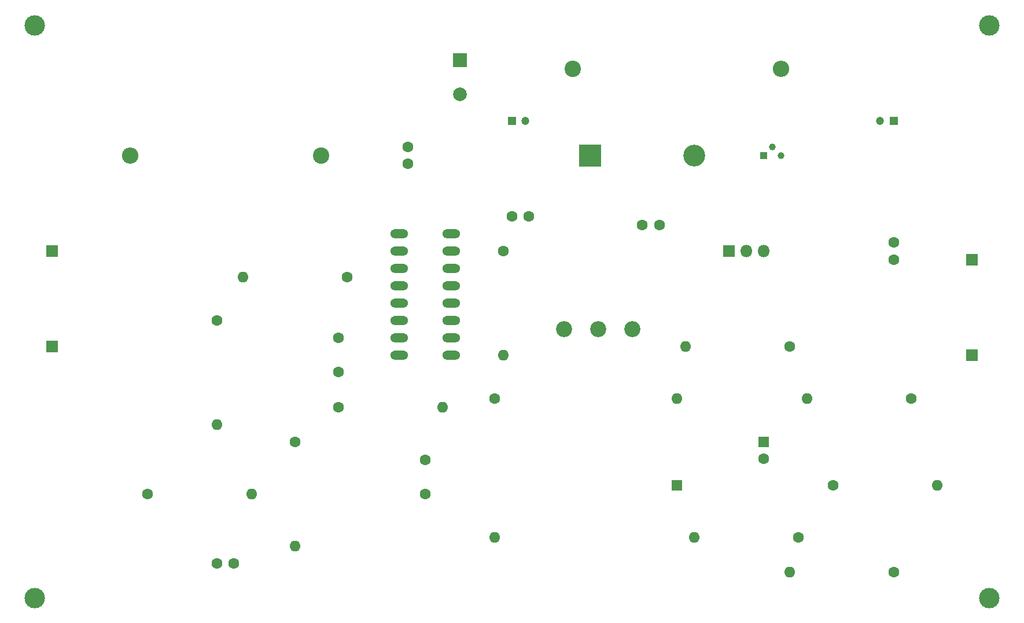
<source format=gbr>
G04 #@! TF.FileFunction,Soldermask,Top*
%FSLAX46Y46*%
G04 Gerber Fmt 4.6, Leading zero omitted, Abs format (unit mm)*
G04 Created by KiCad (PCBNEW 4.0.7) date 09/14/18 10:33:28*
%MOMM*%
%LPD*%
G01*
G04 APERTURE LIST*
%ADD10C,0.100000*%
%ADD11R,2.000000X2.000000*%
%ADD12C,2.000000*%
%ADD13C,1.600000*%
%ADD14R,1.200000X1.200000*%
%ADD15C,1.200000*%
%ADD16R,1.600000X1.600000*%
%ADD17R,1.700000X1.700000*%
%ADD18C,2.400000*%
%ADD19O,2.400000X2.400000*%
%ADD20O,2.641600X1.320800*%
%ADD21O,1.600000X1.600000*%
%ADD22C,2.340000*%
%ADD23R,3.200000X3.200000*%
%ADD24O,3.200000X3.200000*%
%ADD25C,1.000000*%
%ADD26R,1.000000X1.000000*%
%ADD27R,1.800000X1.800000*%
%ADD28O,1.800000X1.800000*%
%ADD29C,3.000000*%
G04 APERTURE END LIST*
D10*
D11*
X129540000Y-48260000D03*
D12*
X129540000Y-53260000D03*
D13*
X121920000Y-60960000D03*
X121920000Y-63460000D03*
D14*
X137160000Y-57150000D03*
D15*
X139160000Y-57150000D03*
D13*
X137160000Y-71120000D03*
X139660000Y-71120000D03*
X93980000Y-121920000D03*
X96480000Y-121920000D03*
X111760000Y-88900000D03*
X111760000Y-93900000D03*
X124460000Y-111760000D03*
X124460000Y-106760000D03*
D16*
X173990000Y-104140000D03*
D13*
X173990000Y-106640000D03*
X193040000Y-77470000D03*
X193040000Y-74970000D03*
D14*
X193040000Y-57150000D03*
D15*
X191040000Y-57150000D03*
D13*
X158750000Y-72390000D03*
X156250000Y-72390000D03*
D17*
X69850000Y-76200000D03*
X69850000Y-90170000D03*
D18*
X146050000Y-49530000D03*
D19*
X176530000Y-49530000D03*
D17*
X204470000Y-77470000D03*
X204470000Y-91440000D03*
D18*
X109220000Y-62230000D03*
D19*
X81280000Y-62230000D03*
D20*
X120650000Y-73660000D03*
X120650000Y-76200000D03*
X120650000Y-88900000D03*
X120650000Y-91440000D03*
X120650000Y-78740000D03*
X120650000Y-81280000D03*
X120650000Y-86360000D03*
X120650000Y-83820000D03*
X128270000Y-91440000D03*
X128270000Y-88900000D03*
X128270000Y-86360000D03*
X128270000Y-83820000D03*
X128270000Y-81280000D03*
X128270000Y-78740000D03*
X128270000Y-76200000D03*
X128270000Y-73660000D03*
D13*
X113030000Y-80010000D03*
D21*
X97790000Y-80010000D03*
D13*
X93980000Y-86360000D03*
D21*
X93980000Y-101600000D03*
D13*
X111760000Y-99060000D03*
D21*
X127000000Y-99060000D03*
D22*
X154780000Y-87630000D03*
X149780000Y-87630000D03*
X144780000Y-87630000D03*
D13*
X135890000Y-76200000D03*
D21*
X135890000Y-91440000D03*
D13*
X83820000Y-111760000D03*
D21*
X99060000Y-111760000D03*
D13*
X105410000Y-104140000D03*
D21*
X105410000Y-119380000D03*
D13*
X134620000Y-97790000D03*
D21*
X134620000Y-118110000D03*
D13*
X179070000Y-118110000D03*
D21*
X163830000Y-118110000D03*
D13*
X193040000Y-123190000D03*
D21*
X177800000Y-123190000D03*
D13*
X177800000Y-90170000D03*
D21*
X162560000Y-90170000D03*
D13*
X184150000Y-110490000D03*
D21*
X199390000Y-110490000D03*
D13*
X195580000Y-97790000D03*
D21*
X180340000Y-97790000D03*
D16*
X161290000Y-110490000D03*
D21*
X161290000Y-97790000D03*
D23*
X148590000Y-62230000D03*
D24*
X163830000Y-62230000D03*
D25*
X175260000Y-60960000D03*
X176530000Y-62230000D03*
D26*
X173990000Y-62230000D03*
D27*
X168910000Y-76200000D03*
D28*
X171450000Y-76200000D03*
X173990000Y-76200000D03*
D29*
X67310000Y-43180000D03*
X67310000Y-127000000D03*
X207010000Y-127000000D03*
X207010000Y-43180000D03*
M02*

</source>
